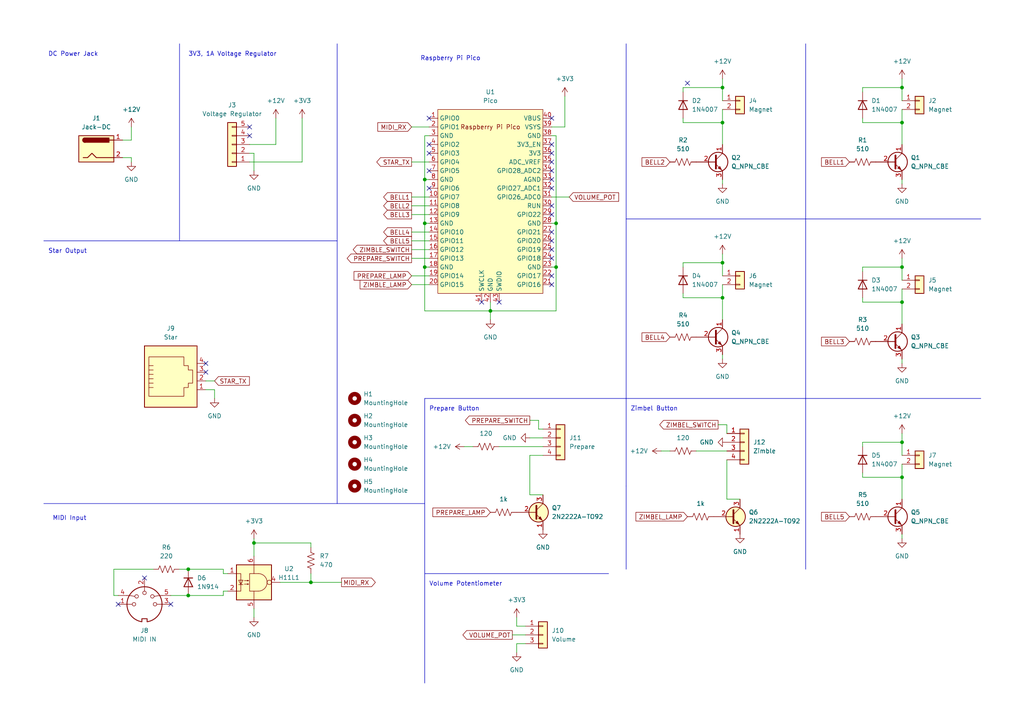
<source format=kicad_sch>
(kicad_sch (version 20230121) (generator eeschema)
  (paper "A4")
  (title_block (title "St. Martin Luther Zimbelstern") (date "2024-02-01") (rev "A") (company "Christopher Spencer"))
  (lib_symbols
    (symbol "Connector:6P4C" (pin_names (offset 1.016))
      (property "Reference" "J" (at -5.08 11.43 0))
      (property "Value" "6P4C" (at 2.54 11.43 0))
      (symbol "6P4C_0_1"
        (polyline (pts (xy -6.35 -1.905) (xy -5.08 -1.905) (xy -5.08 -1.905)))
        (polyline (pts (xy -6.35 -0.635) (xy -5.08 -0.635) (xy -5.08 -0.635)))
        (polyline (pts (xy -6.35 0.635) (xy -5.08 0.635) (xy -5.08 0.635)))
        (polyline (pts (xy -6.35 1.905) (xy -5.08 1.905) (xy -5.08 1.905)))
        (polyline (pts (xy -6.35 3.175) (xy -5.08 3.175) (xy -5.08 3.175)))
        (polyline (pts (xy -5.08 4.445) (xy -6.35 4.445) (xy -6.35 4.445)))
        (polyline (pts (xy -6.35 -4.445) (xy -6.35 6.985) (xy 3.81 6.985) (xy 3.81 4.445) (xy 5.08 4.445) (xy 5.08 3.175) (xy 6.35 3.175) (xy 6.35 -0.635) (xy 5.08 -0.635) (xy 5.08 -1.905) (xy 3.81 -1.905) (xy 3.81 -4.445) (xy -6.35 -4.445) (xy -6.35 -4.445)))
        (rectangle (start 7.62 10.16) (end -7.62 -7.62) (stroke (width 0.254)) (fill (type background)))
      )
      (symbol "6P4C_1_1"
        (pin passive line (at 10.16 -2.54 180) (length 2.54) (name "~") (number "1"))
        (pin passive line (at 10.16 0 180) (length 2.54) (name "~") (number "2"))
        (pin passive line (at 10.16 2.54 180) (length 2.54) (name "~") (number "3"))
        (pin passive line (at 10.16 5.08 180) (length 2.54) (name "~") (number "4"))
      )
    )
    (symbol "Connector:DIN-5_180degree" (pin_names (offset 1.016))
      (property "Reference" "J" (at 3.175 5.715 0))
      (property "Value" "DIN-5_180degree" (at 0 -6.35 0))
      (symbol "DIN-5_180degree_0_1"
        (arc (start -5.08 0) (mid -3.8609 -3.3364) (end -0.762 -5.08) (stroke (width 0.254)))
        (circle (center -3.048 0) (radius 0.508))
        (circle (center -2.286 2.286) (radius 0.508))
        (polyline (pts (xy -5.08 0) (xy -3.556 0)))
        (polyline (pts (xy 0 5.08) (xy 0 3.81)))
        (polyline (pts (xy 5.08 0) (xy 3.556 0)))
        (polyline (pts (xy -5.08 2.54) (xy -4.318 2.54) (xy -2.794 2.286)))
        (polyline (pts (xy 5.08 2.54) (xy 4.318 2.54) (xy 2.794 2.286)))
        (polyline (pts (xy -0.762 -4.953) (xy -0.762 -4.191) (xy 0.762 -4.191) (xy 0.762 -4.953)) (stroke (width 0.254)))
        (circle (center 0 3.302) (radius 0.508))
        (arc (start 0.762 -5.08) (mid 3.8685 -3.343) (end 5.08 0) (stroke (width 0.254)))
        (circle (center 2.286 2.286) (radius 0.508))
        (circle (center 3.048 0) (radius 0.508))
        (arc (start 5.08 0) (mid 0 5.0579) (end -5.08 0) (stroke (width 0.254)))
      )
      (symbol "DIN-5_180degree_1_1"
        (pin passive line (at -7.62 0 0) (length 2.54) (name "~") (number "1"))
        (pin passive line (at 0 7.62 270) (length 2.54) (name "~") (number "2"))
        (pin passive line (at 7.62 0 180) (length 2.54) (name "~") (number "3"))
        (pin passive line (at -7.62 2.54 0) (length 2.54) (name "~") (number "4"))
        (pin passive line (at 7.62 2.54 180) (length 2.54) (name "~") (number "5"))
      )
    )
    (symbol "Connector:Jack-DC" (pin_names (offset 1.016))
      (property "Reference" "J" (at 0 5.334 0))
      (property "Value" "Jack-DC" (at 0 -5.08 0))
      (symbol "Jack-DC_0_1"
        (rectangle (start -5.08 3.81) (end 5.08 -3.81) (stroke (width 0.254)) (fill (type background)))
        (arc (start -3.302 3.175) (mid -3.9343 2.54) (end -3.302 1.905) (stroke (width 0.254)))
        (arc (start -3.302 3.175) (mid -3.9343 2.54) (end -3.302 1.905) (stroke (width 0.254)) (fill (type outline)))
        (polyline (pts (xy 5.08 2.54) (xy 3.81 2.54)) (stroke (width 0.254)))
        (polyline (pts (xy -3.81 -2.54) (xy -2.54 -2.54) (xy -1.27 -1.27) (xy 0 -2.54) (xy 2.54 -2.54) (xy 5.08 -2.54)) (stroke (width 0.254)))
        (rectangle (start 3.683 3.175) (end -3.302 1.905) (stroke (width 0.254)) (fill (type outline)))
      )
      (symbol "Jack-DC_1_1"
        (pin passive line (at 7.62 2.54 180) (length 2.54) (name "~") (number "1"))
        (pin passive line (at 7.62 -2.54 180) (length 2.54) (name "~") (number "2"))
      )
    )
    (symbol "Connector_Generic:Conn_01x02" (pin_names (offset 1.016) hide)
      (property "Reference" "J" (at 0 2.54 0))
      (property "Value" "Conn_01x02" (at 0 -5.08 0))
      (symbol "Conn_01x02_1_1"
        (rectangle (start -1.27 -2.413) (end 0 -2.667) (stroke (width 0.1524)))
        (rectangle (start -1.27 0.127) (end 0 -0.127) (stroke (width 0.1524)))
        (rectangle (start -1.27 1.27) (end 1.27 -3.81) (stroke (width 0.254)) (fill (type background)))
        (pin passive line (at -5.08 0 0) (length 3.81) (name "Pin_1") (number "1"))
        (pin passive line (at -5.08 -2.54 0) (length 3.81) (name "Pin_2") (number "2"))
      )
    )
    (symbol "Connector_Generic:Conn_01x03" (pin_names (offset 1.016) hide)
      (property "Reference" "J" (at 0 5.08 0))
      (property "Value" "Conn_01x03" (at 0 -5.08 0))
      (symbol "Conn_01x03_1_1"
        (rectangle (start -1.27 -2.413) (end 0 -2.667) (stroke (width 0.1524)))
        (rectangle (start -1.27 0.127) (end 0 -0.127) (stroke (width 0.1524)))
        (rectangle (start -1.27 2.667) (end 0 2.413) (stroke (width 0.1524)))
        (rectangle (start -1.27 3.81) (end 1.27 -3.81) (stroke (width 0.254)) (fill (type background)))
        (pin passive line (at -5.08 2.54 0) (length 3.81) (name "Pin_1") (number "1"))
        (pin passive line (at -5.08 0 0) (length 3.81) (name "Pin_2") (number "2"))
        (pin passive line (at -5.08 -2.54 0) (length 3.81) (name "Pin_3") (number "3"))
      )
    )
    (symbol "Connector_Generic:Conn_01x04" (pin_names (offset 1.016) hide)
      (property "Reference" "J" (at 0 5.08 0))
      (property "Value" "Conn_01x04" (at 0 -7.62 0))
      (symbol "Conn_01x04_1_1"
        (rectangle (start -1.27 -4.953) (end 0 -5.207) (stroke (width 0.1524)))
        (rectangle (start -1.27 -2.413) (end 0 -2.667) (stroke (width 0.1524)))
        (rectangle (start -1.27 0.127) (end 0 -0.127) (stroke (width 0.1524)))
        (rectangle (start -1.27 2.667) (end 0 2.413) (stroke (width 0.1524)))
        (rectangle (start -1.27 3.81) (end 1.27 -6.35) (stroke (width 0.254)) (fill (type background)))
        (pin passive line (at -5.08 2.54 0) (length 3.81) (name "Pin_1") (number "1"))
        (pin passive line (at -5.08 0 0) (length 3.81) (name "Pin_2") (number "2"))
        (pin passive line (at -5.08 -2.54 0) (length 3.81) (name "Pin_3") (number "3"))
        (pin passive line (at -5.08 -5.08 0) (length 3.81) (name "Pin_4") (number "4"))
      )
    )
    (symbol "Connector_Generic:Conn_01x05" (pin_names (offset 1.016) hide)
      (property "Reference" "J" (at 0 7.62 0))
      (property "Value" "Conn_01x05" (at 0 -7.62 0))
      (symbol "Conn_01x05_1_1"
        (rectangle (start -1.27 -4.953) (end 0 -5.207) (stroke (width 0.1524)))
        (rectangle (start -1.27 -2.413) (end 0 -2.667) (stroke (width 0.1524)))
        (rectangle (start -1.27 0.127) (end 0 -0.127) (stroke (width 0.1524)))
        (rectangle (start -1.27 2.667) (end 0 2.413) (stroke (width 0.1524)))
        (rectangle (start -1.27 5.207) (end 0 4.953) (stroke (width 0.1524)))
        (rectangle (start -1.27 6.35) (end 1.27 -6.35) (stroke (width 0.254)) (fill (type background)))
        (pin passive line (at -5.08 5.08 0) (length 3.81) (name "Pin_1") (number "1"))
        (pin passive line (at -5.08 2.54 0) (length 3.81) (name "Pin_2") (number "2"))
        (pin passive line (at -5.08 0 0) (length 3.81) (name "Pin_3") (number "3"))
        (pin passive line (at -5.08 -2.54 0) (length 3.81) (name "Pin_4") (number "4"))
        (pin passive line (at -5.08 -5.08 0) (length 3.81) (name "Pin_5") (number "5"))
      )
    )
    (symbol "Device:Q_NPN_CBE" (pin_names (offset 0) hide)
      (property "Reference" "Q" (at 5.08 1.27 0))
      (property "Value" "Q_NPN_CBE" (at 5.08 -1.27 0))
      (symbol "Q_NPN_CBE_0_1"
        (polyline (pts (xy 0.635 0.635) (xy 2.54 2.54)))
        (polyline (pts (xy 0.635 -0.635) (xy 2.54 -2.54) (xy 2.54 -2.54)))
        (polyline (pts (xy 0.635 1.905) (xy 0.635 -1.905) (xy 0.635 -1.905)) (stroke (width 0.508)))
        (polyline (pts (xy 1.27 -1.778) (xy 1.778 -1.27) (xy 2.286 -2.286) (xy 1.27 -1.778) (xy 1.27 -1.778)) (fill (type outline)))
        (circle (center 1.27 0) (radius 2.8194) (stroke (width 0.254)))
      )
      (symbol "Q_NPN_CBE_1_1"
        (pin passive line (at 2.54 5.08 270) (length 2.54) (name "C") (number "1"))
        (pin input line (at -5.08 0 0) (length 5.715) (name "B") (number "2"))
        (pin passive line (at 2.54 -5.08 90) (length 2.54) (name "E") (number "3"))
      )
    )
    (symbol "Device:R_US" (pin_numbers hide) (pin_names (offset 0))
      (property "Reference" "R" (at 2.54 0 90))
      (property "Value" "R_US" (at -2.54 0 90))
      (symbol "R_US_0_1"
        (polyline (pts (xy 0 -2.286) (xy 0 -2.54)))
        (polyline (pts (xy 0 2.286) (xy 0 2.54)))
        (polyline (pts (xy 0 -0.762) (xy 1.016 -1.143) (xy 0 -1.524) (xy -1.016 -1.905) (xy 0 -2.286)))
        (polyline (pts (xy 0 0.762) (xy 1.016 0.381) (xy 0 0) (xy -1.016 -0.381) (xy 0 -0.762)))
        (polyline (pts (xy 0 2.286) (xy 1.016 1.905) (xy 0 1.524) (xy -1.016 1.143) (xy 0 0.762)))
      )
      (symbol "R_US_1_1"
        (pin passive line (at 0 3.81 270) (length 1.27) (name "~") (number "1"))
        (pin passive line (at 0 -3.81 90) (length 1.27) (name "~") (number "2"))
      )
    )
    (symbol "Diode:1N4001" (pin_numbers hide) (pin_names hide)
      (property "Reference" "D" (at 0 2.54 0))
      (property "Value" "1N4001" (at 0 -2.54 0))
      (symbol "1N4001_0_1"
        (polyline (pts (xy -1.27 1.27) (xy -1.27 -1.27)) (stroke (width 0.254)))
        (polyline (pts (xy 1.27 0) (xy -1.27 0)))
        (polyline (pts (xy 1.27 1.27) (xy 1.27 -1.27) (xy -1.27 0) (xy 1.27 1.27)) (stroke (width 0.254)))
      )
      (symbol "1N4001_1_1"
        (pin passive line (at -3.81 0 0) (length 2.54) (name "K") (number "1"))
        (pin passive line (at 3.81 0 180) (length 2.54) (name "A") (number "2"))
      )
    )
    (symbol "Diode:1N914" (pin_numbers hide) (pin_names hide)
      (property "Reference" "D" (at 0 2.54 0))
      (property "Value" "1N914" (at 0 -2.54 0))
      (symbol "1N914_0_1"
        (polyline (pts (xy -1.27 1.27) (xy -1.27 -1.27)) (stroke (width 0.254)))
        (polyline (pts (xy 1.27 0) (xy -1.27 0)))
        (polyline (pts (xy 1.27 1.27) (xy 1.27 -1.27) (xy -1.27 0) (xy 1.27 1.27)) (stroke (width 0.254)))
      )
      (symbol "1N914_1_1"
        (pin passive line (at -3.81 0 0) (length 2.54) (name "K") (number "1"))
        (pin passive line (at 3.81 0 180) (length 2.54) (name "A") (number "2"))
      )
    )
    (symbol "Isolator:H11L1" (pin_names (offset 1.016))
      (property "Reference" "U" (at 1.27 8.89 0))
      (property "Value" "H11L1" (at 1.27 6.35 0))
      (symbol "H11L1_0_1"
        (rectangle (start -5.08 5.08) (end 5.08 -5.08) (stroke (width 0.254)) (fill (type background)))
        (polyline (pts (xy -4.445 -0.635) (xy -3.175 -0.635)))
        (polyline (pts (xy 0 2.54) (xy 0 5.08)))
        (polyline (pts (xy 0 -2.54) (xy 0 -5.08) (xy 0 -3.81)))
        (polyline (pts (xy -5.08 -2.54) (xy -3.81 -2.54) (xy -3.81 2.54) (xy -5.08 2.54)))
        (polyline (pts (xy -3.81 -0.635) (xy -4.445 0.635) (xy -3.175 0.635) (xy -3.81 -0.635)))
        (polyline (pts (xy 1.27 -2.54) (xy -1.27 -2.54) (xy -1.27 2.54) (xy 1.27 2.54)))
        (polyline (pts (xy -2.794 -0.508) (xy -1.524 -0.508) (xy -1.905 -0.635) (xy -1.905 -0.381) (xy -1.524 -0.508)))
        (polyline (pts (xy -2.794 0.508) (xy -1.524 0.508) (xy -1.905 0.381) (xy -1.905 0.635) (xy -1.524 0.508)))
        (arc (start 1.27 -2.54) (mid 3.799 0) (end 1.27 2.54))
      )
      (symbol "H11L1_1_1"
        (pin passive line (at -7.62 2.54 0) (length 2.54) (name "~") (number "1"))
        (pin passive line (at -7.62 -2.54 0) (length 2.54) (name "~") (number "2"))
        (pin no_connect line (at -5.08 0 0) (length 2.54) hide (name "~") (number "3"))
        (pin output inverted (at 7.62 0 180) (length 3.81) (name "~") (number "4"))
        (pin power_in line (at 0 -7.62 90) (length 2.54) (name "~") (number "5"))
        (pin power_in line (at 0 7.62 270) (length 2.54) (name "~") (number "6"))
      )
    )
    (symbol "Mechanical:MountingHole" (pin_names (offset 1.016))
      (property "Reference" "H" (at 0 5.08 0))
      (property "Value" "MountingHole" (at 0 3.175 0))
      (symbol "MountingHole_0_1"
        (circle (center 0 0) (radius 1.27) (stroke (width 1.27)))
      )
    )
    (symbol "RPi Pico:Pico"
      (property "Reference" "U" (at -13.97 27.94 0))
      (property "Value" "Pico" (at 0 19.05 0))
      (symbol "Pico_0_0"
        (text "Raspberry Pi Pico" (at 0 21.59 0) (effects (font (size 1.27 1.27))))
      )
      (symbol "Pico_0_1"
        (rectangle (start -15.24 26.67) (end 15.24 -26.67) (fill (type background)))
      )
      (symbol "Pico_1_1"
        (pin bidirectional line (at -17.78 24.13 0) (length 2.54) (name "GPIO0") (number "1"))
        (pin bidirectional line (at -17.78 1.27 0) (length 2.54) (name "GPIO7") (number "10"))
        (pin bidirectional line (at -17.78 -1.27 0) (length 2.54) (name "GPIO8") (number "11"))
        (pin bidirectional line (at -17.78 -3.81 0) (length 2.54) (name "GPIO9") (number "12"))
        (pin power_in line (at -17.78 -6.35 0) (length 2.54) (name "GND") (number "13"))
        (pin bidirectional line (at -17.78 -8.89 0) (length 2.54) (name "GPIO10") (number "14"))
        (pin bidirectional line (at -17.78 -11.43 0) (length 2.54) (name "GPIO11") (number "15"))
        (pin bidirectional line (at -17.78 -13.97 0) (length 2.54) (name "GPIO12") (number "16"))
        (pin bidirectional line (at -17.78 -16.51 0) (length 2.54) (name "GPIO13") (number "17"))
        (pin power_in line (at -17.78 -19.05 0) (length 2.54) (name "GND") (number "18"))
        (pin bidirectional line (at -17.78 -21.59 0) (length 2.54) (name "GPIO14") (number "19"))
        (pin bidirectional line (at -17.78 21.59 0) (length 2.54) (name "GPIO1") (number "2"))
        (pin bidirectional line (at -17.78 -24.13 0) (length 2.54) (name "GPIO15") (number "20"))
        (pin bidirectional line (at 17.78 -24.13 180) (length 2.54) (name "GPIO16") (number "21"))
        (pin bidirectional line (at 17.78 -21.59 180) (length 2.54) (name "GPIO17") (number "22"))
        (pin power_in line (at 17.78 -19.05 180) (length 2.54) (name "GND") (number "23"))
        (pin bidirectional line (at 17.78 -16.51 180) (length 2.54) (name "GPIO18") (number "24"))
        (pin bidirectional line (at 17.78 -13.97 180) (length 2.54) (name "GPIO19") (number "25"))
        (pin bidirectional line (at 17.78 -11.43 180) (length 2.54) (name "GPIO20") (number "26"))
        (pin bidirectional line (at 17.78 -8.89 180) (length 2.54) (name "GPIO21") (number "27"))
        (pin power_in line (at 17.78 -6.35 180) (length 2.54) (name "GND") (number "28"))
        (pin bidirectional line (at 17.78 -3.81 180) (length 2.54) (name "GPIO22") (number "29"))
        (pin power_in line (at -17.78 19.05 0) (length 2.54) (name "GND") (number "3"))
        (pin input line (at 17.78 -1.27 180) (length 2.54) (name "RUN") (number "30"))
        (pin bidirectional line (at 17.78 1.27 180) (length 2.54) (name "GPIO26_ADC0") (number "31"))
        (pin bidirectional line (at 17.78 3.81 180) (length 2.54) (name "GPIO27_ADC1") (number "32"))
        (pin power_in line (at 17.78 6.35 180) (length 2.54) (name "AGND") (number "33"))
        (pin bidirectional line (at 17.78 8.89 180) (length 2.54) (name "GPIO28_ADC2") (number "34"))
        (pin power_in line (at 17.78 11.43 180) (length 2.54) (name "ADC_VREF") (number "35"))
        (pin power_in line (at 17.78 13.97 180) (length 2.54) (name "3V3") (number "36"))
        (pin input line (at 17.78 16.51 180) (length 2.54) (name "3V3_EN") (number "37"))
        (pin bidirectional line (at 17.78 19.05 180) (length 2.54) (name "GND") (number "38"))
        (pin power_in line (at 17.78 21.59 180) (length 2.54) (name "VSYS") (number "39"))
        (pin bidirectional line (at -17.78 16.51 0) (length 2.54) (name "GPIO2") (number "4"))
        (pin power_in line (at 17.78 24.13 180) (length 2.54) (name "VBUS") (number "40"))
        (pin input line (at -2.54 -29.21 90) (length 2.54) (name "SWCLK") (number "41"))
        (pin power_in line (at 0 -29.21 90) (length 2.54) (name "GND") (number "42"))
        (pin bidirectional line (at 2.54 -29.21 90) (length 2.54) (name "SWDIO") (number "43"))
        (pin bidirectional line (at -17.78 13.97 0) (length 2.54) (name "GPIO3") (number "5"))
        (pin bidirectional line (at -17.78 11.43 0) (length 2.54) (name "GPIO4") (number "6"))
        (pin bidirectional line (at -17.78 8.89 0) (length 2.54) (name "GPIO5") (number "7"))
        (pin power_in line (at -17.78 6.35 0) (length 2.54) (name "GND") (number "8"))
        (pin bidirectional line (at -17.78 3.81 0) (length 2.54) (name "GPIO6") (number "9"))
      )
    )
    (symbol "Transistor_BJT_AKL:2N2222A-TO92" (pin_names hide)
      (property "Reference" "Q" (at 5.08 1.27 0))
      (property "Value" "2N2222A-TO92" (at 5.08 -1.27 0))
      (symbol "2N2222A-TO92_0_1"
        (polyline (pts (xy 0.635 0.635) (xy 2.54 2.54)))
        (polyline (pts (xy 0.635 -0.635) (xy 2.54 -2.54) (xy 2.54 -2.54)))
        (polyline (pts (xy 0.635 1.905) (xy 0.635 -1.905) (xy 0.635 -1.905)) (stroke (width 0.508)))
        (polyline (pts (xy 1.27 -1.778) (xy 1.778 -1.27) (xy 2.286 -2.286) (xy 1.27 -1.778) (xy 1.27 -1.778)) (fill (type outline)))
        (circle (center 1.27 0) (radius 2.8194) (stroke (width 0.254)) (fill (type background)))
      )
      (symbol "2N2222A-TO92_1_1"
        (pin passive line (at 2.54 -5.08 90) (length 2.54) (name "E") (number "1"))
        (pin passive line (at -5.08 0 0) (length 5.715) (name "B") (number "2"))
        (pin passive line (at 2.54 5.08 270) (length 2.54) (name "C") (number "3"))
      )
    )
    (symbol "power:+12V" (power) (pin_names (offset 0))
      (property "Value" "+12V" (at 0 3.556 0))
      (symbol "+12V_0_1"
        (polyline (pts (xy -0.762 1.27) (xy 0 2.54)))
        (polyline (pts (xy 0 0) (xy 0 2.54)))
        (polyline (pts (xy 0 2.54) (xy 0.762 1.27)))
      )
      (symbol "+12V_1_1"
        (pin power_in line (at 0 0 90) (length 0) hide (name "+12V") (number "1"))
      )
    )
    (symbol "power:+3V3" (power) (pin_names (offset 0))
      (property "Value" "+3V3" (at 0 3.556 0))
      (symbol "+3V3_0_1"
        (polyline (pts (xy -0.762 1.27) (xy 0 2.54)))
        (polyline (pts (xy 0 0) (xy 0 2.54)))
        (polyline (pts (xy 0 2.54) (xy 0.762 1.27)))
      )
      (symbol "+3V3_1_1"
        (pin power_in line (at 0 0 90) (length 0) hide (name "+3V3") (number "1"))
      )
    )
    (symbol "power:GND" (power) (pin_names (offset 0))
      (property "Value" "GND" (at 0 -3.81 0))
      (symbol "GND_0_1"
        (polyline (pts (xy 0 0) (xy 0 -1.27) (xy 1.27 -1.27) (xy 0 -2.54) (xy -1.27 -1.27) (xy 0 -1.27)))
      )
      (symbol "GND_1_1"
        (pin power_in line (at 0 0 270) (length 0) hide (name "GND") (number "1"))
      )
    )
  )
  (junction (at 261.62 138.43))
  (junction (at 54.61 165.1))
  (junction (at 123.19 77.47))
  (junction (at 54.61 172.72))
  (junction (at 161.29 64.77))
  (junction (at 123.19 52.07))
  (junction (at 261.62 77.47))
  (junction (at 123.19 64.77))
  (junction (at 209.55 25.4))
  (junction (at 261.62 35.56))
  (junction (at 73.66 157.48))
  (junction (at 261.62 25.4))
  (junction (at 161.29 77.47))
  (junction (at 209.55 76.2))
  (junction (at 90.17 168.91))
  (junction (at 209.55 86.36))
  (junction (at 261.62 87.63))
  (junction (at 209.55 35.56))
  (junction (at 142.24 90.17))
  (junction (at 261.62 128.27))
  (no_connect (at 160.02 62.23))
  (no_connect (at 34.29 175.26))
  (no_connect (at 72.39 39.37))
  (no_connect (at 139.7 87.63))
  (no_connect (at 160.02 52.07))
  (no_connect (at 160.02 49.53))
  (no_connect (at 160.02 41.91))
  (no_connect (at 160.02 59.69))
  (no_connect (at 160.02 44.45))
  (no_connect (at 160.02 74.93))
  (no_connect (at 59.69 107.95))
  (no_connect (at 72.39 36.83))
  (no_connect (at 124.46 44.45))
  (no_connect (at 49.53 175.26))
  (no_connect (at 124.46 34.29))
  (no_connect (at 160.02 80.01))
  (no_connect (at 124.46 54.61))
  (no_connect (at 199.39 24.13))
  (no_connect (at 160.02 82.55))
  (no_connect (at 160.02 67.31))
  (no_connect (at 160.02 54.61))
  (no_connect (at 160.02 72.39))
  (no_connect (at 124.46 41.91))
  (no_connect (at 160.02 69.85))
  (no_connect (at 59.69 105.41))
  (no_connect (at 124.46 49.53))
  (no_connect (at 160.02 34.29))
  (no_connect (at 160.02 46.99))
  (no_connect (at 41.91 167.64))
  (no_connect (at 144.78 87.63))
  (wire (pts (xy 153.67 121.92) (xy 156.21 121.92)))
  (wire (pts (xy 119.38 36.83) (xy 124.46 36.83)))
  (wire (pts (xy 210.82 123.19) (xy 210.82 125.73)))
  (wire (pts (xy 73.66 49.53) (xy 73.66 44.45)))
  (wire (pts (xy 208.28 123.19) (xy 210.82 123.19)))
  (wire (pts (xy 73.66 176.53) (xy 73.66 179.07)))
  (wire (pts (xy 148.59 184.15) (xy 152.4 184.15)))
  (wire (pts (xy 210.82 144.78) (xy 210.82 133.35)))
  (wire (pts (xy 119.38 72.39) (xy 124.46 72.39)))
  (wire (pts (xy 261.62 22.86) (xy 261.62 25.4)))
  (wire (pts (xy 160.02 39.37) (xy 161.29 39.37)))
  (polyline (pts (xy 12.7 146.05) (xy 123.19 146.05)))
  (wire (pts (xy 137.16 129.54) (xy 134.62 129.54)))
  (wire (pts (xy 160.02 36.83) (xy 163.83 36.83)))
  (wire (pts (xy 38.1 40.64) (xy 38.1 36.83)))
  (wire (pts (xy 80.01 34.29) (xy 80.01 41.91)))
  (wire (pts (xy 72.39 46.99) (xy 87.63 46.99)))
  (wire (pts (xy 198.12 77.47) (xy 198.12 76.2)))
  (wire (pts (xy 119.38 67.31) (xy 124.46 67.31)))
  (wire (pts (xy 209.55 76.2) (xy 209.55 80.01)))
  (wire (pts (xy 160.02 64.77) (xy 161.29 64.77)))
  (wire (pts (xy 198.12 86.36) (xy 209.55 86.36)))
  (wire (pts (xy 90.17 168.91) (xy 99.06 168.91)))
  (wire (pts (xy 250.19 25.4) (xy 261.62 25.4)))
  (polyline (pts (xy 181.61 12.7) (xy 181.61 63.5)))
  (wire (pts (xy 198.12 35.56) (xy 209.55 35.56)))
  (wire (pts (xy 250.19 128.27) (xy 261.62 128.27)))
  (wire (pts (xy 33.02 172.72) (xy 34.29 172.72)))
  (wire (pts (xy 261.62 125.73) (xy 261.62 128.27)))
  (polyline (pts (xy 233.68 63.5) (xy 181.61 63.5)))
  (wire (pts (xy 149.86 181.61) (xy 152.4 181.61)))
  (wire (pts (xy 64.77 171.45) (xy 66.04 171.45)))
  (wire (pts (xy 119.38 62.23) (xy 124.46 62.23)))
  (wire (pts (xy 144.78 129.54) (xy 157.48 129.54)))
  (wire (pts (xy 209.55 22.86) (xy 209.55 25.4)))
  (wire (pts (xy 198.12 34.29) (xy 198.12 35.56)))
  (wire (pts (xy 209.55 25.4) (xy 209.55 29.21)))
  (wire (pts (xy 209.55 102.87) (xy 209.55 104.14)))
  (wire (pts (xy 261.62 83.82) (xy 261.62 87.63)))
  (wire (pts (xy 250.19 35.56) (xy 261.62 35.56)))
  (polyline (pts (xy 181.61 115.57) (xy 233.68 115.57)))
  (wire (pts (xy 198.12 25.4) (xy 209.55 25.4)))
  (wire (pts (xy 142.24 87.63) (xy 142.24 90.17)))
  (wire (pts (xy 250.19 77.47) (xy 261.62 77.47)))
  (wire (pts (xy 160.02 57.15) (xy 165.1 57.15)))
  (wire (pts (xy 123.19 52.07) (xy 123.19 64.77)))
  (wire (pts (xy 62.23 110.49) (xy 59.69 110.49)))
  (wire (pts (xy 153.67 127) (xy 157.48 127)))
  (polyline (pts (xy 12.7 69.85) (xy 97.79 69.85)))
  (wire (pts (xy 261.62 104.14) (xy 261.62 105.41)))
  (wire (pts (xy 49.53 172.72) (xy 54.61 172.72)))
  (wire (pts (xy 59.69 113.03) (xy 62.23 113.03)))
  (wire (pts (xy 153.67 143.51) (xy 157.48 143.51)))
  (wire (pts (xy 119.38 74.93) (xy 124.46 74.93)))
  (wire (pts (xy 198.12 26.67) (xy 198.12 25.4)))
  (wire (pts (xy 261.62 134.62) (xy 261.62 138.43)))
  (wire (pts (xy 149.86 179.07) (xy 149.86 181.61)))
  (wire (pts (xy 261.62 31.75) (xy 261.62 35.56)))
  (wire (pts (xy 62.23 113.03) (xy 62.23 115.57)))
  (wire (pts (xy 209.55 31.75) (xy 209.55 35.56)))
  (wire (pts (xy 250.19 78.74) (xy 250.19 77.47)))
  (wire (pts (xy 250.19 138.43) (xy 261.62 138.43)))
  (wire (pts (xy 90.17 158.75) (xy 90.17 157.48)))
  (polyline (pts (xy 123.19 115.57) (xy 123.19 146.05)))
  (wire (pts (xy 250.19 129.54) (xy 250.19 128.27)))
  (wire (pts (xy 160.02 77.47) (xy 161.29 77.47)))
  (polyline (pts (xy 233.68 63.5) (xy 284.48 63.5)))
  (wire (pts (xy 87.63 46.99) (xy 87.63 34.29)))
  (wire (pts (xy 123.19 90.17) (xy 142.24 90.17)))
  (polyline (pts (xy 284.48 115.57) (xy 233.68 115.57)))
  (wire (pts (xy 52.07 165.1) (xy 54.61 165.1)))
  (polyline (pts (xy 233.68 115.57) (xy 233.68 63.5)))
  (wire (pts (xy 149.86 186.69) (xy 152.4 186.69)))
  (wire (pts (xy 261.62 52.07) (xy 261.62 53.34)))
  (polyline (pts (xy 52.07 12.7) (xy 52.07 69.85)))
  (wire (pts (xy 35.56 40.64) (xy 38.1 40.64)))
  (wire (pts (xy 261.62 87.63) (xy 261.62 93.98)))
  (wire (pts (xy 250.19 26.67) (xy 250.19 25.4)))
  (wire (pts (xy 209.55 73.66) (xy 209.55 76.2)))
  (wire (pts (xy 44.45 165.1) (xy 33.02 165.1)))
  (wire (pts (xy 123.19 77.47) (xy 124.46 77.47)))
  (wire (pts (xy 153.67 132.08) (xy 157.48 132.08)))
  (wire (pts (xy 90.17 157.48) (xy 73.66 157.48)))
  (polyline (pts (xy 233.68 115.57) (xy 233.68 165.1)))
  (wire (pts (xy 119.38 69.85) (xy 124.46 69.85)))
  (wire (pts (xy 119.38 57.15) (xy 124.46 57.15)))
  (polyline (pts (xy 233.68 12.7) (xy 233.68 63.5)))
  (polyline (pts (xy 181.61 63.5) (xy 181.61 115.57)))
  (wire (pts (xy 209.55 52.07) (xy 209.55 53.34)))
  (wire (pts (xy 261.62 77.47) (xy 261.62 81.28)))
  (wire (pts (xy 149.86 189.23) (xy 149.86 186.69)))
  (wire (pts (xy 119.38 59.69) (xy 124.46 59.69)))
  (wire (pts (xy 156.21 124.46) (xy 157.48 124.46)))
  (wire (pts (xy 33.02 165.1) (xy 33.02 172.72)))
  (wire (pts (xy 156.21 121.92) (xy 156.21 124.46)))
  (wire (pts (xy 163.83 27.94) (xy 163.83 36.83)))
  (wire (pts (xy 261.62 74.93) (xy 261.62 77.47)))
  (wire (pts (xy 119.38 80.01) (xy 124.46 80.01)))
  (wire (pts (xy 198.12 76.2) (xy 209.55 76.2)))
  (wire (pts (xy 123.19 64.77) (xy 124.46 64.77)))
  (wire (pts (xy 81.28 168.91) (xy 90.17 168.91)))
  (wire (pts (xy 161.29 90.17) (xy 142.24 90.17)))
  (wire (pts (xy 124.46 39.37) (xy 123.19 39.37)))
  (wire (pts (xy 119.38 82.55) (xy 124.46 82.55)))
  (wire (pts (xy 64.77 172.72) (xy 64.77 171.45)))
  (wire (pts (xy 161.29 39.37) (xy 161.29 64.77)))
  (wire (pts (xy 35.56 45.72) (xy 38.1 45.72)))
  (wire (pts (xy 153.67 143.51) (xy 153.67 132.08)))
  (wire (pts (xy 209.55 35.56) (xy 209.55 41.91)))
  (wire (pts (xy 73.66 157.48) (xy 73.66 161.29)))
  (wire (pts (xy 73.66 156.21) (xy 73.66 157.48)))
  (wire (pts (xy 261.62 154.94) (xy 261.62 156.21)))
  (wire (pts (xy 194.31 130.81) (xy 191.77 130.81)))
  (wire (pts (xy 161.29 77.47) (xy 161.29 90.17)))
  (wire (pts (xy 38.1 45.72) (xy 38.1 46.99)))
  (wire (pts (xy 261.62 25.4) (xy 261.62 29.21)))
  (wire (pts (xy 142.24 90.17) (xy 142.24 92.71)))
  (polyline (pts (xy 181.61 140.97) (xy 181.61 165.1)))
  (wire (pts (xy 64.77 166.37) (xy 64.77 165.1)))
  (wire (pts (xy 80.01 41.91) (xy 72.39 41.91)))
  (polyline (pts (xy 181.61 115.57) (xy 123.19 115.57)))
  (wire (pts (xy 210.82 144.78) (xy 214.63 144.78)))
  (wire (pts (xy 209.55 86.36) (xy 209.55 92.71)))
  (wire (pts (xy 250.19 87.63) (xy 261.62 87.63)))
  (wire (pts (xy 261.62 138.43) (xy 261.62 144.78)))
  (wire (pts (xy 210.82 130.81) (xy 201.93 130.81)))
  (wire (pts (xy 250.19 34.29) (xy 250.19 35.56)))
  (wire (pts (xy 209.55 82.55) (xy 209.55 86.36)))
  (wire (pts (xy 198.12 85.09) (xy 198.12 86.36)))
  (wire (pts (xy 73.66 44.45) (xy 72.39 44.45)))
  (polyline (pts (xy 123.19 198.12) (xy 123.19 146.05)))
  (polyline (pts (xy 97.79 12.7) (xy 97.79 69.85)))
  (polyline (pts (xy 123.19 166.37) (xy 176.53 166.37)))
  (wire (pts (xy 119.38 46.99) (xy 124.46 46.99)))
  (wire (pts (xy 123.19 77.47) (xy 123.19 90.17)))
  (wire (pts (xy 161.29 64.77) (xy 161.29 77.47)))
  (wire (pts (xy 123.19 39.37) (xy 123.19 52.07)))
  (wire (pts (xy 54.61 165.1) (xy 64.77 165.1)))
  (polyline (pts (xy 97.79 146.05) (xy 97.79 69.85)))
  (wire (pts (xy 123.19 64.77) (xy 123.19 77.47)))
  (polyline (pts (xy 181.61 140.97) (xy 181.61 115.57)))
  (wire (pts (xy 54.61 172.72) (xy 64.77 172.72)))
  (wire (pts (xy 261.62 128.27) (xy 261.62 132.08)))
  (wire (pts (xy 250.19 137.16) (xy 250.19 138.43)))
  (wire (pts (xy 66.04 166.37) (xy 64.77 166.37)))
  (wire (pts (xy 261.62 35.56) (xy 261.62 41.91)))
  (wire (pts (xy 250.19 86.36) (xy 250.19 87.63)))
  (wire (pts (xy 90.17 166.37) (xy 90.17 168.91)))
  (wire (pts (xy 123.19 52.07) (xy 124.46 52.07)))
  (text "DC Power Jack" (at 13.97 16.51 0) (effects (font (size 1.27 1.27)) (justify left bottom)))
  (text "Star Output" (at 13.97 73.66 0) (effects (font (size 1.27 1.27)) (justify left bottom)))
  (text "Volume Potentiometer" (at 124.46 170.18 0) (effects (font (size 1.27 1.27)) (justify left bottom)))
  (text "Prepare Button" (at 124.46 119.38 0) (effects (font (size 1.27 1.27)) (justify left bottom)))
  (text "Zimbel Button" (at 182.88 119.38 0) (effects (font (size 1.27 1.27)) (justify left bottom)))
  (text "MIDI Input" (at 15.24 151.13 0) (effects (font (size 1.27 1.27)) (justify left bottom)))
  (text "3V3, 1A Voltage Regulator" (at 54.61 16.51 0) (effects (font (size 1.27 1.27)) (justify left bottom)))
  (text "Raspberry Pi Pico" (at 121.92 17.78 0) (effects (font (size 1.27 1.27)) (justify left bottom)))
  (global_label "VOLUME_POT" (shape input) (at 165.1 57.15 0) (property "Intersheetrefs" "${INTERSHEET_REFS}" (effects hide)))
  (global_label "ZIMBEL_LAMP" (shape input) (at 199.39 149.86 180) (property "Intersheetrefs" "${INTERSHEET_REFS}" (effects hide)))
  (global_label "MIDI_RX" (shape input) (at 119.38 36.83 180) (property "Intersheetrefs" "${INTERSHEET_REFS}" (effects hide)))
  (global_label "BELL3" (shape output) (at 119.38 62.23 180) (property "Intersheetrefs" "${INTERSHEET_REFS}" (effects hide)))
  (global_label "BELL1" (shape output) (at 119.38 57.15 180) (property "Intersheetrefs" "${INTERSHEET_REFS}" (effects hide)))
  (global_label "BELL2" (shape output) (at 119.38 59.69 180) (property "Intersheetrefs" "${INTERSHEET_REFS}" (effects hide)))
  (global_label "STAR_TX" (shape input) (at 62.23 110.49 0) (property "Intersheetrefs" "${INTERSHEET_REFS}" (effects hide)))
  (global_label "BELL5" (shape input) (at 246.38 149.86 180) (property "Intersheetrefs" "${INTERSHEET_REFS}" (effects hide)))
  (global_label "PREPARE_SWITCH" (shape output) (at 153.67 121.92 180) (property "Intersheetrefs" "${INTERSHEET_REFS}" (effects hide)))
  (global_label "ZIMBLE_SWITCH" (shape output) (at 119.38 72.39 180) (property "Intersheetrefs" "${INTERSHEET_REFS}" (effects hide)))
  (global_label "PREPARE_SWITCH" (shape output) (at 119.38 74.93 180) (property "Intersheetrefs" "${INTERSHEET_REFS}" (effects hide)))
  (global_label "BELL4" (shape output) (at 119.38 67.31 180) (property "Intersheetrefs" "${INTERSHEET_REFS}" (effects hide)))
  (global_label "ZIMBLE_LAMP" (shape input) (at 119.38 82.55 180) (property "Intersheetrefs" "${INTERSHEET_REFS}" (effects hide)))
  (global_label "BELL4" (shape input) (at 194.31 97.79 180) (property "Intersheetrefs" "${INTERSHEET_REFS}" (effects hide)))
  (global_label "BELL3" (shape input) (at 246.38 99.06 180) (property "Intersheetrefs" "${INTERSHEET_REFS}" (effects hide)))
  (global_label "BELL2" (shape input) (at 194.31 46.99 180) (property "Intersheetrefs" "${INTERSHEET_REFS}" (effects hide)))
  (global_label "BELL5" (shape output) (at 119.38 69.85 180) (property "Intersheetrefs" "${INTERSHEET_REFS}" (effects hide)))
  (global_label "BELL1" (shape input) (at 246.38 46.99 180) (property "Intersheetrefs" "${INTERSHEET_REFS}" (effects hide)))
  (global_label "VOLUME_POT" (shape output) (at 148.59 184.15 180) (property "Intersheetrefs" "${INTERSHEET_REFS}" (effects hide)))
  (global_label "ZIMBEL_SWITCH" (shape output) (at 208.28 123.19 180) (property "Intersheetrefs" "${INTERSHEET_REFS}" (effects hide)))
  (global_label "MIDI_RX" (shape output) (at 99.06 168.91 0) (property "Intersheetrefs" "${INTERSHEET_REFS}" (effects hide)))
  (global_label "STAR_TX" (shape output) (at 119.38 46.99 180) (property "Intersheetrefs" "${INTERSHEET_REFS}" (effects hide)))
  (global_label "PREPARE_LAMP" (shape input) (at 119.38 80.01 180) (property "Intersheetrefs" "${INTERSHEET_REFS}" (effects hide)))
  (global_label "PREPARE_LAMP" (shape input) (at 142.24 148.59 180) (property "Intersheetrefs" "${INTERSHEET_REFS}" (effects hide)))
  (symbol (lib_id "power:+12V") (at 80.01 34.29 0) (unit 1)
    (property "Reference" "#PWR07" (effects hide))
    (property "Value" "+12V" (at 80.01 29.21 0))
  )
  (symbol (lib_id "power:GND") (at 38.1 46.99 0) (unit 1)
    (property "Reference" "#PWR02" (effects hide))
    (property "Value" "GND" (at 38.1 52.07 0))
  )
  (symbol (lib_id "power:+12V") (at 209.55 22.86 0) (unit 1)
    (property "Reference" "#PWR010" (effects hide))
    (property "Value" "+12V" (at 209.55 17.78 0))
  )
  (symbol (lib_id "Connector_Generic:Conn_01x03") (at 157.48 184.15 0) (unit 1)
    (property "Reference" "J10" (at 160.02 182.88 0) (effects (justify left)))
    (property "Value" "Volume" (at 160.02 185.42 0) (effects (justify left)))
    (property "Footprint" "Connector_JST:JST_PH_B3B-PH-K_1x03_P2.00mm_Vertical" (effects hide))
  )
  (symbol (lib_id "Device:R_US") (at 146.05 148.59 90) (unit 1)
    (property "Reference" "R11" (effects hide))
    (property "Value" "1k" (at 146.05 144.78 90))
    (property "Footprint" "Resistor_THT:R_Axial_DIN0207_L6.3mm_D2.5mm_P10.16mm_Horizontal" (effects hide))
  )
  (symbol (lib_id "power:+12V") (at 261.62 125.73 0) (unit 1)
    (property "Reference" "#PWR016" (effects hide))
    (property "Value" "+12V" (at 261.62 120.65 0))
  )
  (symbol (lib_id "power:GND") (at 149.86 189.23 0) (unit 1)
    (property "Reference" "#PWR027" (effects hide))
    (property "Value" "GND" (at 149.86 194.31 0))
  )
  (symbol (lib_id "Mechanical:MountingHole") (at 102.87 115.57 0) (unit 1)
    (property "Reference" "H1" (at 105.41 114.3 0) (effects (justify left)))
    (property "Value" "MountingHole" (at 105.41 116.84 0) (effects (justify left)))
    (property "Footprint" "MountingHole:MountingHole_3mm" (effects hide))
  )
  (symbol (lib_id "Diode:1N4001") (at 250.19 133.35 270) (unit 1)
    (property "Reference" "D5" (at 252.73 132.08 90) (effects (justify left)))
    (property "Value" "1N4007" (at 252.73 134.62 90) (effects (justify left)))
    (property "Footprint" "Diode_THT:D_DO-41_SOD81_P10.16mm_Horizontal" (effects hide))
    (property "Datasheet" "http://www.vishay.com/docs/88503/1n4001.pdf" (effects hide))
    (property "Sim.Device" "D" (effects hide))
    (property "Sim.Pins" "1=K 2=A" (effects hide))
  )
  (symbol (lib_id "power:GND") (at 142.24 92.71 0) (unit 1)
    (property "Reference" "#PWR03" (effects hide))
    (property "Value" "GND" (at 142.24 97.79 0))
  )
  (symbol (lib_id "Device:Q_NPN_CBE") (at 259.08 99.06 0) (unit 1)
    (property "Reference" "Q3" (at 264.16 97.79 0) (effects (justify left)))
    (property "Value" "Q_NPN_CBE" (at 264.16 100.33 0) (effects (justify left)))
    (property "Footprint" "Package_TO_SOT_THT:TO-92_HandSolder" (effects hide))
    (property "Datasheet" "https://www.diodes.com/assets/Datasheets/ZTX851.pdf" (effects hide))
  )
  (symbol (lib_id "power:+3V3") (at 149.86 179.07 0) (unit 1)
    (property "Reference" "#PWR026" (effects hide))
    (property "Value" "+3V3" (at 149.86 173.99 0))
  )
  (symbol (lib_id "Device:R_US") (at 48.26 165.1 90) (unit 1)
    (property "Reference" "R6" (at 48.26 158.75 90))
    (property "Value" "220" (at 48.26 161.29 90))
    (property "Footprint" "Resistor_THT:R_Axial_DIN0207_L6.3mm_D2.5mm_P10.16mm_Horizontal" (effects hide))
  )
  (symbol (lib_id "Connector_Generic:Conn_01x04") (at 162.56 127 0) (unit 1)
    (property "Reference" "J11" (at 165.1 127 0) (effects (justify left)))
    (property "Value" "Prepare" (at 165.1 129.54 0) (effects (justify left)))
    (property "Footprint" "Connector_JST:JST_PH_B4B-PH-K_1x04_P2.00mm_Vertical" (effects hide))
  )
  (symbol (lib_id "Device:R_US") (at 140.97 129.54 90) (unit 1)
    (property "Reference" "R10" (effects hide))
    (property "Value" "120" (at 140.97 125.73 90))
    (property "Footprint" "Resistor_THT:R_Axial_DIN0414_L11.9mm_D4.5mm_P15.24mm_Horizontal" (effects hide))
  )
  (symbol (lib_id "Isolator:H11L1") (at 73.66 168.91 0) (unit 1)
    (property "Reference" "U2" (at 83.82 164.9731 0))
    (property "Value" "H11L1" (at 83.82 167.5131 0))
    (property "Footprint" "Package_DIP_AKL:DIP-6_W7.62mm" (effects hide))
    (property "Datasheet" "https://www.onsemi.com/pub/Collateral/H11L3M-D.PDF" (effects hide))
  )
  (symbol (lib_id "Connector_Generic:Conn_01x02") (at 214.63 80.01 0) (unit 1)
    (property "Reference" "J6" (at 217.17 80.01 0) (effects (justify left)))
    (property "Value" "Magnet" (at 217.17 82.55 0) (effects (justify left)))
    (property "Footprint" "Connector_JST:JST_PH_B2B-PH-K_1x02_P2.00mm_Vertical" (effects hide))
  )
  (symbol (lib_id "power:+12V") (at 191.77 130.81 90) (unit 1)
    (property "Reference" "#PWR022" (effects hide))
    (property "Value" "+12V" (at 187.96 130.81 90) (effects (justify left)))
  )
  (symbol (lib_id "Connector_Generic:Conn_01x02") (at 266.7 29.21 0) (unit 1)
    (property "Reference" "J2" (at 269.24 29.21 0) (effects (justify left)))
    (property "Value" "Magnet" (at 269.24 31.75 0) (effects (justify left)))
    (property "Footprint" "Connector_JST:JST_PH_B2B-PH-K_1x02_P2.00mm_Vertical" (effects hide))
  )
  (symbol (lib_id "Device:Q_NPN_CBE") (at 259.08 149.86 0) (unit 1)
    (property "Reference" "Q5" (at 264.16 148.59 0) (effects (justify left)))
    (property "Value" "Q_NPN_CBE" (at 264.16 151.13 0) (effects (justify left)))
    (property "Footprint" "Package_TO_SOT_THT:TO-92_HandSolder" (effects hide))
    (property "Datasheet" "https://www.diodes.com/assets/Datasheets/ZTX851.pdf" (effects hide))
  )
  (symbol (lib_id "power:+12V") (at 261.62 22.86 0) (unit 1)
    (property "Reference" "#PWR09" (effects hide))
    (property "Value" "+12V" (at 261.62 17.78 0))
  )
  (symbol (lib_id "power:GND") (at 261.62 105.41 0) (unit 1)
    (property "Reference" "#PWR013" (effects hide))
    (property "Value" "GND" (at 261.62 110.49 0))
  )
  (symbol (lib_id "power:+12V") (at 261.62 74.93 0) (unit 1)
    (property "Reference" "#PWR012" (effects hide))
    (property "Value" "+12V" (at 261.62 69.85 0))
  )
  (symbol (lib_id "power:GND") (at 209.55 104.14 0) (unit 1)
    (property "Reference" "#PWR015" (effects hide))
    (property "Value" "GND" (at 209.55 109.22 0))
  )
  (symbol (lib_id "power:GND") (at 214.63 154.94 0) (unit 1)
    (property "Reference" "#PWR021" (effects hide))
    (property "Value" "GND" (at 214.63 160.02 0))
  )
  (symbol (lib_id "Device:R_US") (at 198.12 97.79 90) (unit 1)
    (property "Reference" "R4" (at 198.12 91.44 90))
    (property "Value" "510" (at 198.12 93.98 90))
    (property "Footprint" "Resistor_THT:R_Axial_DIN0207_L6.3mm_D2.5mm_P10.16mm_Horizontal" (effects hide))
  )
  (symbol (lib_id "Diode:1N4001") (at 198.12 81.28 270) (unit 1)
    (property "Reference" "D4" (at 200.66 80.01 90) (effects (justify left)))
    (property "Value" "1N4007" (at 200.66 82.55 90) (effects (justify left)))
    (property "Footprint" "Diode_THT:D_DO-41_SOD81_P10.16mm_Horizontal" (effects hide))
    (property "Datasheet" "http://www.vishay.com/docs/88503/1n4001.pdf" (effects hide))
    (property "Sim.Device" "D" (effects hide))
    (property "Sim.Pins" "1=K 2=A" (effects hide))
  )
  (symbol (lib_id "Connector_Generic:Conn_01x05") (at 67.31 41.91 180) (unit 1)
    (property "Reference" "J3" (at 67.31 30.48 0))
    (property "Value" "Voltage Regulator" (at 67.31 33.02 0))
    (property "Footprint" "Connector_PinSocket_2.54mm:PinSocket_1x05_P2.54mm_Vertical" (effects hide))
  )
  (symbol (lib_id "Device:R_US") (at 250.19 99.06 90) (unit 1)
    (property "Reference" "R3" (at 250.19 92.71 90))
    (property "Value" "510" (at 250.19 95.25 90))
    (property "Footprint" "Resistor_THT:R_Axial_DIN0207_L6.3mm_D2.5mm_P10.16mm_Horizontal" (effects hide))
  )
  (symbol (lib_id "Mechanical:MountingHole") (at 102.87 121.92 0) (unit 1)
    (property "Reference" "H2" (at 105.41 120.65 0) (effects (justify left)))
    (property "Value" "MountingHole" (at 105.41 123.19 0) (effects (justify left)))
    (property "Footprint" "MountingHole:MountingHole_3mm" (effects hide))
  )
  (symbol (lib_id "Device:Q_NPN_CBE") (at 207.01 97.79 0) (unit 1)
    (property "Reference" "Q4" (at 212.09 96.52 0) (effects (justify left)))
    (property "Value" "Q_NPN_CBE" (at 212.09 99.06 0) (effects (justify left)))
    (property "Footprint" "Package_TO_SOT_THT:TO-92_HandSolder" (effects hide))
    (property "Datasheet" "https://www.diodes.com/assets/Datasheets/ZTX851.pdf" (effects hide))
  )
  (symbol (lib_id "Connector_Generic:Conn_01x02") (at 266.7 132.08 0) (unit 1)
    (property "Reference" "J7" (at 269.24 132.08 0) (effects (justify left)))
    (property "Value" "Magnet" (at 269.24 134.62 0) (effects (justify left)))
    (property "Footprint" "Connector_JST:JST_PH_B2B-PH-K_1x02_P2.00mm_Vertical" (effects hide))
  )
  (symbol (lib_id "Device:R_US") (at 250.19 46.99 90) (unit 1)
    (property "Reference" "R1" (at 250.19 40.64 90))
    (property "Value" "510" (at 250.19 43.18 90))
    (property "Footprint" "Resistor_THT:R_Axial_DIN0207_L6.3mm_D2.5mm_P10.16mm_Horizontal" (effects hide))
  )
  (symbol (lib_id "Device:R_US") (at 250.19 149.86 90) (unit 1)
    (property "Reference" "R5" (at 250.19 143.51 90))
    (property "Value" "510" (at 250.19 146.05 90))
    (property "Footprint" "Resistor_THT:R_Axial_DIN0207_L6.3mm_D2.5mm_P10.16mm_Horizontal" (effects hide))
  )
  (symbol (lib_id "power:GND") (at 261.62 156.21 0) (unit 1)
    (property "Reference" "#PWR017" (effects hide))
    (property "Value" "GND" (at 261.62 161.29 0))
  )
  (symbol (lib_id "Diode:1N4001") (at 250.19 82.55 270) (unit 1)
    (property "Reference" "D3" (at 252.73 81.28 90) (effects (justify left)))
    (property "Value" "1N4007" (at 252.73 83.82 90) (effects (justify left)))
    (property "Footprint" "Diode_THT:D_DO-41_SOD81_P10.16mm_Horizontal" (effects hide))
    (property "Datasheet" "http://www.vishay.com/docs/88503/1n4001.pdf" (effects hide))
    (property "Sim.Device" "D" (effects hide))
    (property "Sim.Pins" "1=K 2=A" (effects hide))
  )
  (symbol (lib_id "RPi Pico:Pico") (at 142.24 58.42 0) (unit 1)
    (property "Reference" "U1" (at 142.24 26.67 0))
    (property "Value" "Pico" (at 142.24 29.21 0))
    (property "Footprint" "MCU_RaspberryPi_and_Boards:RPi_Pico_SMD_TH" (effects hide))
  )
  (symbol (lib_id "Mechanical:MountingHole") (at 102.87 128.27 0) (unit 1)
    (property "Reference" "H3" (at 105.41 127 0) (effects (justify left)))
    (property "Value" "MountingHole" (at 105.41 129.54 0) (effects (justify left)))
    (property "Footprint" "MountingHole:MountingHole_3mm" (effects hide))
  )
  (symbol (lib_id "power:GND") (at 261.62 53.34 0) (unit 1)
    (property "Reference" "#PWR08" (effects hide))
    (property "Value" "GND" (at 261.62 58.42 0))
  )
  (symbol (lib_id "Mechanical:MountingHole") (at 102.87 140.97 0) (unit 1)
    (property "Reference" "H5" (at 105.41 139.7 0) (effects (justify left)))
    (property "Value" "MountingHole" (at 105.41 142.24 0) (effects (justify left)))
    (property "Footprint" "MountingHole:MountingHole_3mm" (effects hide))
  )
  (symbol (lib_id "Transistor_BJT_AKL:2N2222A-TO92") (at 212.09 149.86 0) (unit 1)
    (property "Reference" "Q6" (at 217.17 148.59 0) (effects (justify left)))
    (property "Value" "2N2222A-TO92" (at 217.17 151.13 0) (effects (justify left)))
    (property "Footprint" "Package_TO_SOT_THT_AKL:TO-92_Inline_Wide_EBC" (effects hide))
    (property "Datasheet" "https://www.tme.eu/Document/f56ae9fa05736feb390d26bab71fb0d5/2n2222a.pdf" (effects hide))
  )
  (symbol (lib_id "Connector:6P4C") (at 49.53 110.49 0) (unit 1)
    (property "Reference" "J9" (at 49.53 95.25 0))
    (property "Value" "Star" (at 49.53 97.79 0))
    (property "Footprint" "Connector_RJ:RJ14_Connfly_DS1133-S4_Horizontal" (effects hide))
  )
  (symbol (lib_id "Mechanical:MountingHole") (at 102.87 134.62 0) (unit 1)
    (property "Reference" "H4" (at 105.41 133.35 0) (effects (justify left)))
    (property "Value" "MountingHole" (at 105.41 135.89 0) (effects (justify left)))
    (property "Footprint" "MountingHole:MountingHole_3mm" (effects hide))
  )
  (symbol (lib_id "Connector_Generic:Conn_01x02") (at 214.63 29.21 0) (unit 1)
    (property "Reference" "J4" (at 217.17 29.21 0) (effects (justify left)))
    (property "Value" "Magnet" (at 217.17 31.75 0) (effects (justify left)))
    (property "Footprint" "Connector_JST:JST_PH_B2B-PH-K_1x02_P2.00mm_Vertical" (effects hide))
  )
  (symbol (lib_id "Connector:Jack-DC") (at 27.94 43.18 0) (unit 1)
    (property "Reference" "J1" (at 27.94 34.29 0))
    (property "Value" "Jack-DC" (at 27.94 36.83 0))
    (property "Footprint" "Connector_BarrelJack:BarrelJack_GCT_DCJ200-10-A_Horizontal" (effects hide))
  )
  (symbol (lib_id "power:GND") (at 62.23 115.57 0) (unit 1)
    (property "Reference" "#PWR018" (effects hide))
    (property "Value" "GND" (at 62.23 120.65 0))
  )
  (symbol (lib_id "Connector_Generic:Conn_01x04") (at 215.9 128.27 0) (unit 1)
    (property "Reference" "J12" (at 218.44 128.27 0) (effects (justify left)))
    (property "Value" "Zimble" (at 218.44 130.81 0) (effects (justify left)))
    (property "Footprint" "Connector_JST:JST_PH_B4B-PH-K_1x04_P2.00mm_Vertical" (effects hide))
  )
  (symbol (lib_id "power:GND") (at 157.48 153.67 0) (unit 1)
    (property "Reference" "#PWR029" (effects hide))
    (property "Value" "GND" (at 157.48 158.75 0))
  )
  (symbol (lib_id "Device:R_US") (at 203.2 149.86 90) (unit 1)
    (property "Reference" "R8" (effects hide))
    (property "Value" "1k" (at 203.2 146.05 90))
    (property "Footprint" "Resistor_THT:R_Axial_DIN0207_L6.3mm_D2.5mm_P10.16mm_Horizontal" (effects hide))
  )
  (symbol (lib_id "power:+3V3") (at 163.83 27.94 0) (unit 1)
    (property "Reference" "#PWR04" (effects hide))
    (property "Value" "+3V3" (at 163.83 22.86 0))
  )
  (symbol (lib_id "power:GND") (at 73.66 49.53 0) (unit 1)
    (property "Reference" "#PWR06" (effects hide))
    (property "Value" "GND" (at 73.66 54.61 0))
  )
  (symbol (lib_id "power:+12V") (at 134.62 129.54 90) (unit 1)
    (property "Reference" "#PWR024" (effects hide))
    (property "Value" "+12V" (at 130.81 129.54 90) (effects (justify left)))
  )
  (symbol (lib_id "Diode:1N914") (at 54.61 168.91 270) (unit 1)
    (property "Reference" "D6" (at 57.15 167.64 90) (effects (justify left)))
    (property "Value" "1N914" (at 57.15 170.18 90) (effects (justify left)))
    (property "Footprint" "Diode_THT:D_DO-34_SOD68_P7.62mm_Horizontal" (effects hide))
    (property "Datasheet" "http://www.vishay.com/docs/85622/1n914.pdf" (effects hide))
    (property "Sim.Device" "D" (effects hide))
    (property "Sim.Pins" "1=K 2=A" (effects hide))
  )
  (symbol (lib_id "Device:Q_NPN_CBE") (at 259.08 46.99 0) (unit 1)
    (property "Reference" "Q1" (at 264.16 45.72 0) (effects (justify left)))
    (property "Value" "Q_NPN_CBE" (at 264.16 48.26 0) (effects (justify left)))
    (property "Footprint" "Package_TO_SOT_THT:TO-92_HandSolder" (effects hide))
    (property "Datasheet" "https://www.diodes.com/assets/Datasheets/ZTX851.pdf" (effects hide))
  )
  (symbol (lib_id "power:+3V3") (at 73.66 156.21 0) (unit 1)
    (property "Reference" "#PWR020" (effects hide))
    (property "Value" "+3V3" (at 73.66 151.13 0))
  )
  (symbol (lib_id "Device:Q_NPN_CBE") (at 207.01 46.99 0) (unit 1)
    (property "Reference" "Q2" (at 212.09 45.72 0) (effects (justify left)))
    (property "Value" "Q_NPN_CBE" (at 212.09 48.26 0) (effects (justify left)))
    (property "Footprint" "Package_TO_SOT_THT:TO-92_HandSolder" (effects hide))
    (property "Datasheet" "https://www.diodes.com/assets/Datasheets/ZTX851.pdf" (effects hide))
  )
  (symbol (lib_id "power:GND") (at 209.55 53.34 0) (unit 1)
    (property "Reference" "#PWR011" (effects hide))
    (property "Value" "GND" (at 209.55 58.42 0))
  )
  (symbol (lib_id "Device:R_US") (at 198.12 130.81 90) (unit 1)
    (property "Reference" "R9" (effects hide))
    (property "Value" "120" (at 198.12 127 90))
    (property "Footprint" "Resistor_THT:R_Axial_DIN0414_L11.9mm_D4.5mm_P15.24mm_Horizontal" (effects hide))
  )
  (symbol (lib_id "Diode:1N4001") (at 250.19 30.48 270) (unit 1)
    (property "Reference" "D1" (at 252.73 29.21 90) (effects (justify left)))
    (property "Value" "1N4007" (at 252.73 31.75 90) (effects (justify left)))
    (property "Footprint" "Diode_THT:D_DO-41_SOD81_P10.16mm_Horizontal" (effects hide))
    (property "Datasheet" "http://www.vishay.com/docs/88503/1n4001.pdf" (effects hide))
    (property "Sim.Device" "D" (effects hide))
    (property "Sim.Pins" "1=K 2=A" (effects hide))
  )
  (symbol (lib_id "Device:R_US") (at 90.17 162.56 0) (unit 1)
    (property "Reference" "R7" (at 92.71 161.29 0) (effects (justify left)))
    (property "Value" "470" (at 92.71 163.83 0) (effects (justify left)))
    (property "Footprint" "Resistor_THT:R_Axial_DIN0207_L6.3mm_D2.5mm_P10.16mm_Horizontal" (effects hide))
  )
  (symbol (lib_id "power:GND") (at 153.67 127 270) (unit 1)
    (property "Reference" "#PWR028" (effects hide))
    (property "Value" "GND" (at 149.86 127 90) (effects (justify right)))
  )
  (symbol (lib_id "power:+3V3") (at 87.63 34.29 0) (unit 1)
    (property "Reference" "#PWR05" (effects hide))
    (property "Value" "+3V3" (at 87.63 29.21 0))
  )
  (symbol (lib_id "Connector:DIN-5_180degree") (at 41.91 175.26 0) (unit 1)
    (property "Reference" "J8" (at 41.9101 182.88 0))
    (property "Value" "MIDI IN" (at 41.9101 185.42 0))
    (property "Footprint" "Eurocad:MIDI_DIN5" (effects hide))
    (property "Datasheet" "http://www.mouser.com/ds/2/18/40_c091_abd_e-75918.pdf" (effects hide))
  )
  (symbol (lib_id "power:GND") (at 210.82 128.27 270) (unit 1)
    (property "Reference" "#PWR023" (effects hide))
    (property "Value" "GND" (at 207.01 128.27 90) (effects (justify right)))
  )
  (symbol (lib_id "Connector_Generic:Conn_01x02") (at 266.7 81.28 0) (unit 1)
    (property "Reference" "J5" (at 269.24 81.28 0) (effects (justify left)))
    (property "Value" "Magnet" (at 269.24 83.82 0) (effects (justify left)))
    (property "Footprint" "Connector_JST:JST_PH_B2B-PH-K_1x02_P2.00mm_Vertical" (effects hide))
  )
  (symbol (lib_id "Diode:1N4001") (at 198.12 30.48 270) (unit 1)
    (property "Reference" "D2" (at 200.66 29.21 90) (effects (justify left)))
    (property "Value" "1N4007" (at 200.66 31.75 90) (effects (justify left)))
    (property "Footprint" "Diode_THT:D_DO-41_SOD81_P10.16mm_Horizontal" (effects hide))
    (property "Datasheet" "http://www.vishay.com/docs/88503/1n4001.pdf" (effects hide))
    (property "Sim.Device" "D" (effects hide))
    (property "Sim.Pins" "1=K 2=A" (effects hide))
  )
  (symbol (lib_id "Transistor_BJT_AKL:2N2222A-TO92") (at 154.94 148.59 0) (unit 1)
    (property "Reference" "Q7" (at 160.02 147.32 0) (effects (justify left)))
    (property "Value" "2N2222A-TO92" (at 160.02 149.86 0) (effects (justify left)))
    (property "Footprint" "Package_TO_SOT_THT_AKL:TO-92_Inline_Wide_EBC" (effects hide))
    (property "Datasheet" "https://www.tme.eu/Document/f56ae9fa05736feb390d26bab71fb0d5/2n2222a.pdf" (effects hide))
  )
  (symbol (lib_id "Device:R_US") (at 198.12 46.99 90) (unit 1)
    (property "Reference" "R2" (at 198.12 40.64 90))
    (property "Value" "510" (at 198.12 43.18 90))
    (property "Footprint" "Resistor_THT:R_Axial_DIN0207_L6.3mm_D2.5mm_P10.16mm_Horizontal" (effects hide))
  )
  (symbol (lib_id "power:GND") (at 73.66 179.07 0) (unit 1)
    (property "Reference" "#PWR019" (effects hide))
    (property "Value" "GND" (at 73.66 184.15 0))
  )
  (symbol (lib_id "power:+12V") (at 209.55 73.66 0) (unit 1)
    (property "Reference" "#PWR014" (effects hide))
    (property "Value" "+12V" (at 209.55 68.58 0))
  )
  (symbol (lib_id "power:+12V") (at 38.1 36.83 0) (unit 1)
    (property "Reference" "#PWR01" (effects hide))
    (property "Value" "+12V" (at 38.1 31.75 0))
  )
)
</source>
